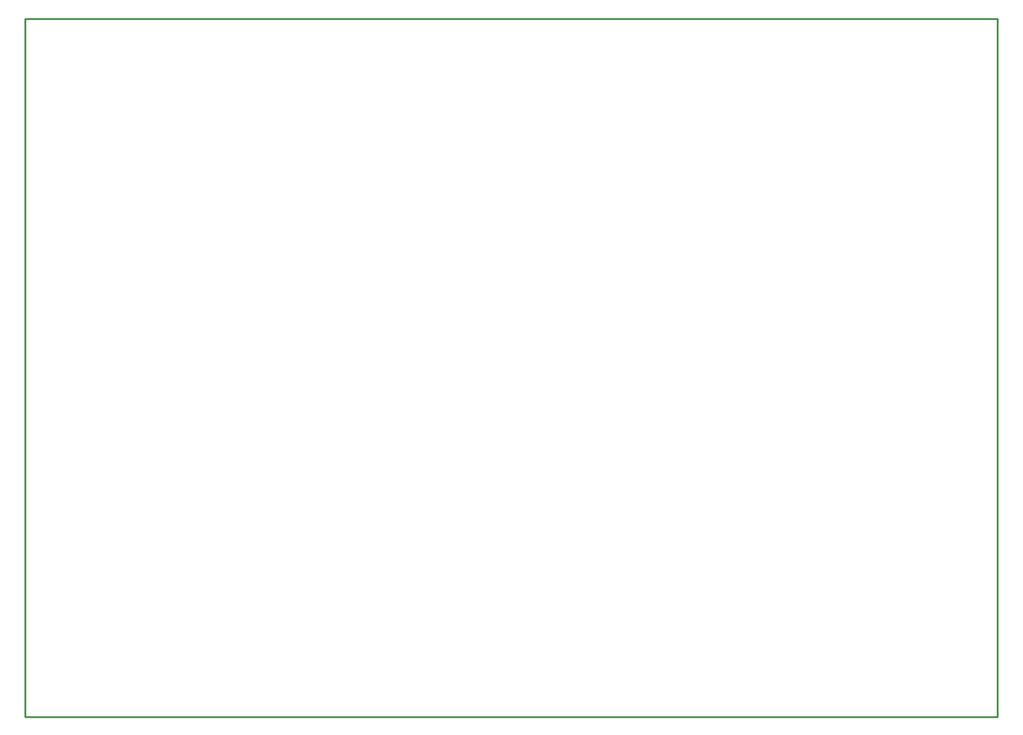
<source format=gko>
*
*
G04 PADS VX.1.1 Build Number: 678707 generated Gerber (RS-274-X) file*
G04 PC Version=2.1*
*
%IN "VM2000.pcb"*%
*
%MOIN*%
*
%FSLAX35Y35*%
*
*
*
*
G04 PC Standard Apertures*
*
*
G04 Thermal Relief Aperture macro.*
%AMTER*
1,1,$1,0,0*
1,0,$1-$2,0,0*
21,0,$3,$4,0,0,45*
21,0,$3,$4,0,0,135*
%
*
*
G04 Annular Aperture macro.*
%AMANN*
1,1,$1,0,0*
1,0,$2,0,0*
%
*
*
G04 Odd Aperture macro.*
%AMODD*
1,1,$1,0,0*
1,0,$1-0.005,0,0*
%
*
*
G04 PC Custom Aperture Macros*
*
*
*
*
*
*
G04 PC Aperture Table*
*
%ADD011C,0.01*%
%ADD090C,0.001*%
*
*
*
*
G04 PC Circuitry*
G04 Layer Name VM2000.pcb - circuitry*
%LPD*%
*
*
G04 PC Custom Flashes*
G04 Layer Name VM2000.pcb - flashes*
%LPD*%
*
*
G04 PC Circuitry*
G04 Layer Name VM2000.pcb - circuitry*
%LPD*%
*
G54D11*
G01X100000Y100000D02*
Y472000D01*
X618000*
Y100000*
X100000*
G54D90*
X0Y0D02*
M02*

</source>
